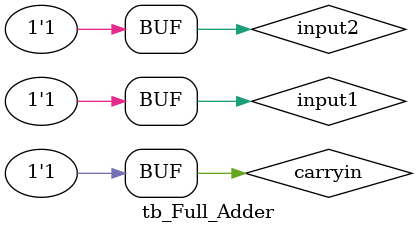
<source format=v>
`timescale 1ns / 1ps

module tb_Full_Adder;

reg input1;
reg input2;
reg carryin;
 
wire out;
wire carryout;
 
Full_Adder uut (
.x(input1),
.y(input2),
.z(carryin),
.s(out),
.c(carryout)
);
 
initial
begin
input1 = 0;
input2 = 0;
carryin = 0;
#50; input1 = 1;
#50; input2 = 1;
#50; input1 = 0;
#50; carryin = 1;
#50; input2 = 0;
#50; input1 = 1; 
#50; input2 = 1;
#50;
end
  
endmodule

</source>
